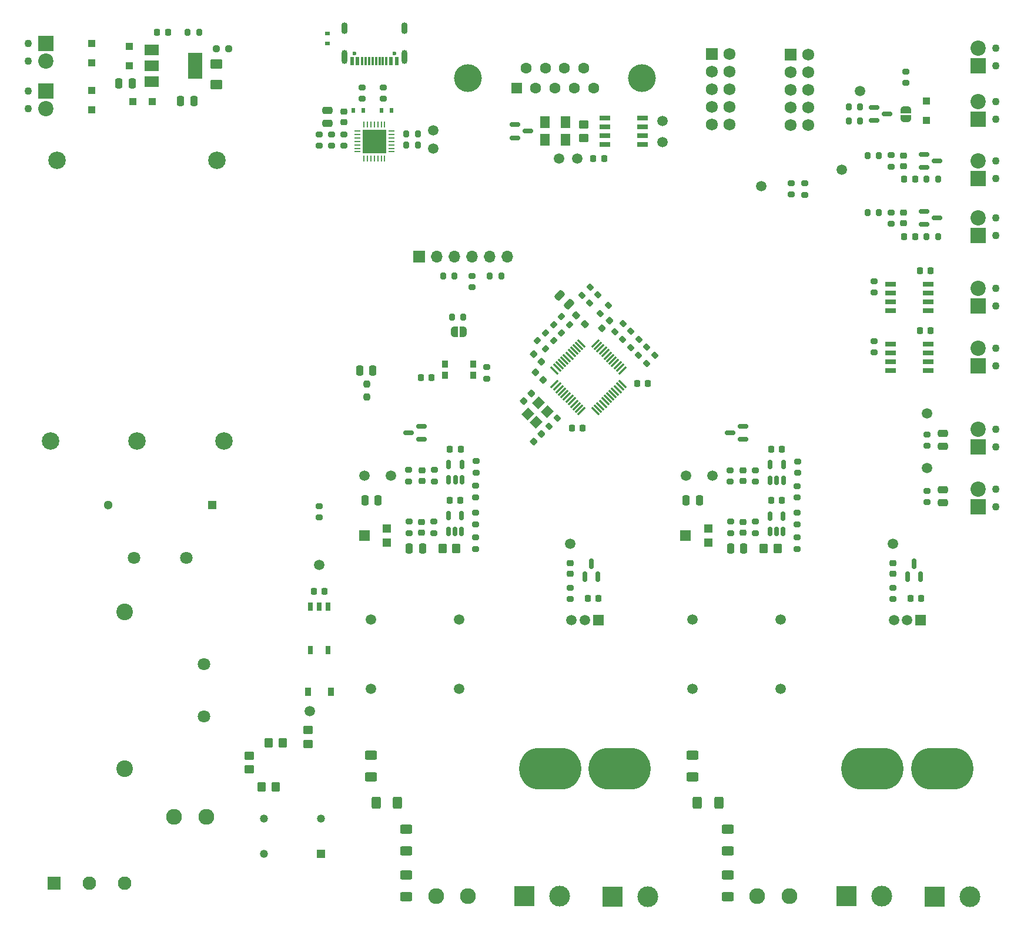
<source format=gts>
G04 #@! TF.GenerationSoftware,KiCad,Pcbnew,(6.0.9)*
G04 #@! TF.CreationDate,2023-08-24T11:24:56+02:00*
G04 #@! TF.ProjectId,reflow_oven,7265666c-6f77-45f6-9f76-656e2e6b6963,rev?*
G04 #@! TF.SameCoordinates,Original*
G04 #@! TF.FileFunction,Soldermask,Top*
G04 #@! TF.FilePolarity,Negative*
%FSLAX46Y46*%
G04 Gerber Fmt 4.6, Leading zero omitted, Abs format (unit mm)*
G04 Created by KiCad (PCBNEW (6.0.9)) date 2023-08-24 11:24:56*
%MOMM*%
%LPD*%
G01*
G04 APERTURE LIST*
G04 Aperture macros list*
%AMRoundRect*
0 Rectangle with rounded corners*
0 $1 Rounding radius*
0 $2 $3 $4 $5 $6 $7 $8 $9 X,Y pos of 4 corners*
0 Add a 4 corners polygon primitive as box body*
4,1,4,$2,$3,$4,$5,$6,$7,$8,$9,$2,$3,0*
0 Add four circle primitives for the rounded corners*
1,1,$1+$1,$2,$3*
1,1,$1+$1,$4,$5*
1,1,$1+$1,$6,$7*
1,1,$1+$1,$8,$9*
0 Add four rect primitives between the rounded corners*
20,1,$1+$1,$2,$3,$4,$5,0*
20,1,$1+$1,$4,$5,$6,$7,0*
20,1,$1+$1,$6,$7,$8,$9,0*
20,1,$1+$1,$8,$9,$2,$3,0*%
%AMHorizOval*
0 Thick line with rounded ends*
0 $1 width*
0 $2 $3 position (X,Y) of the first rounded end (center of the circle)*
0 $4 $5 position (X,Y) of the second rounded end (center of the circle)*
0 Add line between two ends*
20,1,$1,$2,$3,$4,$5,0*
0 Add two circle primitives to create the rounded ends*
1,1,$1,$2,$3*
1,1,$1,$4,$5*%
%AMRotRect*
0 Rectangle, with rotation*
0 The origin of the aperture is its center*
0 $1 length*
0 $2 width*
0 $3 Rotation angle, in degrees counterclockwise*
0 Add horizontal line*
21,1,$1,$2,0,0,$3*%
%AMFreePoly0*
4,1,22,0.500000,-0.750000,0.000000,-0.750000,0.000000,-0.745033,-0.079941,-0.743568,-0.215256,-0.701293,-0.333266,-0.622738,-0.424486,-0.514219,-0.481581,-0.384460,-0.499164,-0.250000,-0.500000,-0.250000,-0.500000,0.250000,-0.499164,0.250000,-0.499963,0.256109,-0.478152,0.396186,-0.417904,0.524511,-0.324060,0.630769,-0.204165,0.706417,-0.067858,0.745374,0.000000,0.744959,0.000000,0.750000,
0.500000,0.750000,0.500000,-0.750000,0.500000,-0.750000,$1*%
%AMFreePoly1*
4,1,20,0.000000,0.744959,0.073905,0.744508,0.209726,0.703889,0.328688,0.626782,0.421226,0.519385,0.479903,0.390333,0.500000,0.250000,0.500000,-0.250000,0.499851,-0.262216,0.476331,-0.402017,0.414519,-0.529596,0.319384,-0.634700,0.198574,-0.708877,0.061801,-0.746166,0.000000,-0.745033,0.000000,-0.750000,-0.500000,-0.750000,-0.500000,0.750000,0.000000,0.750000,0.000000,0.744959,
0.000000,0.744959,$1*%
G04 Aperture macros list end*
%ADD10FreePoly0,90.000000*%
%ADD11FreePoly1,90.000000*%
%ADD12RoundRect,0.200000X0.275000X-0.200000X0.275000X0.200000X-0.275000X0.200000X-0.275000X-0.200000X0*%
%ADD13R,0.900000X1.200000*%
%ADD14RoundRect,0.225000X0.225000X0.250000X-0.225000X0.250000X-0.225000X-0.250000X0.225000X-0.250000X0*%
%ADD15RoundRect,0.200000X-0.053033X0.335876X-0.335876X0.053033X0.053033X-0.335876X0.335876X-0.053033X0*%
%ADD16R,3.000000X3.000000*%
%ADD17C,3.000000*%
%ADD18RoundRect,0.225000X-0.225000X-0.250000X0.225000X-0.250000X0.225000X0.250000X-0.225000X0.250000X0*%
%ADD19C,1.500000*%
%ADD20C,1.100000*%
%ADD21R,2.200000X2.200000*%
%ADD22C,2.200000*%
%ADD23RoundRect,0.200000X0.335876X0.053033X0.053033X0.335876X-0.335876X-0.053033X-0.053033X-0.335876X0*%
%ADD24R,1.100000X1.100000*%
%ADD25RoundRect,0.200000X0.200000X0.275000X-0.200000X0.275000X-0.200000X-0.275000X0.200000X-0.275000X0*%
%ADD26RoundRect,0.150000X0.587500X0.150000X-0.587500X0.150000X-0.587500X-0.150000X0.587500X-0.150000X0*%
%ADD27RoundRect,0.200000X-0.275000X0.200000X-0.275000X-0.200000X0.275000X-0.200000X0.275000X0.200000X0*%
%ADD28RoundRect,0.250001X0.624999X-0.462499X0.624999X0.462499X-0.624999X0.462499X-0.624999X-0.462499X0*%
%ADD29RoundRect,0.250000X0.625000X-0.400000X0.625000X0.400000X-0.625000X0.400000X-0.625000X-0.400000X0*%
%ADD30RoundRect,0.200000X0.053033X-0.335876X0.335876X-0.053033X-0.053033X0.335876X-0.335876X0.053033X0*%
%ADD31RoundRect,0.062500X-0.062500X0.337500X-0.062500X-0.337500X0.062500X-0.337500X0.062500X0.337500X0*%
%ADD32RoundRect,0.062500X-0.337500X0.062500X-0.337500X-0.062500X0.337500X-0.062500X0.337500X0.062500X0*%
%ADD33R,3.350000X3.350000*%
%ADD34FreePoly0,180.000000*%
%ADD35FreePoly1,180.000000*%
%ADD36C,1.800000*%
%ADD37C,2.524000*%
%ADD38RoundRect,0.250000X0.250000X0.475000X-0.250000X0.475000X-0.250000X-0.475000X0.250000X-0.475000X0*%
%ADD39RoundRect,0.225000X0.250000X-0.225000X0.250000X0.225000X-0.250000X0.225000X-0.250000X-0.225000X0*%
%ADD40RoundRect,0.250000X0.400000X0.625000X-0.400000X0.625000X-0.400000X-0.625000X0.400000X-0.625000X0*%
%ADD41RoundRect,0.225000X-0.250000X0.225000X-0.250000X-0.225000X0.250000X-0.225000X0.250000X0.225000X0*%
%ADD42RoundRect,0.150000X-0.587500X-0.150000X0.587500X-0.150000X0.587500X0.150000X-0.587500X0.150000X0*%
%ADD43R,1.725000X1.725000*%
%ADD44C,1.725000*%
%ADD45RoundRect,0.150000X0.150000X-0.587500X0.150000X0.587500X-0.150000X0.587500X-0.150000X-0.587500X0*%
%ADD46RoundRect,0.250000X0.450000X-0.350000X0.450000X0.350000X-0.450000X0.350000X-0.450000X-0.350000X0*%
%ADD47RoundRect,0.250000X-0.250000X-0.475000X0.250000X-0.475000X0.250000X0.475000X-0.250000X0.475000X0*%
%ADD48RoundRect,0.225000X0.017678X-0.335876X0.335876X-0.017678X-0.017678X0.335876X-0.335876X0.017678X0*%
%ADD49R,0.700000X0.600000*%
%ADD50RoundRect,0.225000X0.335876X0.017678X0.017678X0.335876X-0.335876X-0.017678X-0.017678X-0.335876X0*%
%ADD51C,2.286000*%
%ADD52RoundRect,0.200000X-0.335876X-0.053033X-0.053033X-0.335876X0.335876X0.053033X0.053033X0.335876X0*%
%ADD53RoundRect,0.150000X0.150000X-0.512500X0.150000X0.512500X-0.150000X0.512500X-0.150000X-0.512500X0*%
%ADD54R,1.200000X1.200000*%
%ADD55R,1.500000X1.600000*%
%ADD56R,0.800000X1.200000*%
%ADD57RoundRect,0.250001X0.462499X0.624999X-0.462499X0.624999X-0.462499X-0.624999X0.462499X-0.624999X0*%
%ADD58R,1.180000X1.180000*%
%ADD59C,1.180000*%
%ADD60RoundRect,0.250000X-0.475000X0.250000X-0.475000X-0.250000X0.475000X-0.250000X0.475000X0.250000X0*%
%ADD61C,2.400000*%
%ADD62RoundRect,0.250000X-0.625000X0.400000X-0.625000X-0.400000X0.625000X-0.400000X0.625000X0.400000X0*%
%ADD63RoundRect,0.200000X-0.200000X-0.275000X0.200000X-0.275000X0.200000X0.275000X-0.200000X0.275000X0*%
%ADD64RoundRect,0.237500X-0.237500X0.250000X-0.237500X-0.250000X0.237500X-0.250000X0.237500X0.250000X0*%
%ADD65RoundRect,0.075000X-0.415425X-0.521491X0.521491X0.415425X0.415425X0.521491X-0.521491X-0.415425X0*%
%ADD66RoundRect,0.075000X0.415425X-0.521491X0.521491X-0.415425X-0.415425X0.521491X-0.521491X0.415425X0*%
%ADD67R,2.000000X1.500000*%
%ADD68R,2.000000X3.800000*%
%ADD69R,0.600000X0.700000*%
%ADD70RoundRect,0.218750X-0.218750X-0.256250X0.218750X-0.256250X0.218750X0.256250X-0.218750X0.256250X0*%
%ADD71RoundRect,0.250000X0.512652X0.159099X0.159099X0.512652X-0.512652X-0.159099X-0.159099X-0.512652X0*%
%ADD72R,1.525000X0.650000*%
%ADD73R,1.300000X1.300000*%
%ADD74C,1.300000*%
%ADD75RotRect,1.400000X1.200000X225.000000*%
%ADD76RoundRect,0.250000X0.350000X0.450000X-0.350000X0.450000X-0.350000X-0.450000X0.350000X-0.450000X0*%
%ADD77RoundRect,0.250000X-0.350000X-0.450000X0.350000X-0.450000X0.350000X0.450000X-0.350000X0.450000X0*%
%ADD78RoundRect,0.250000X-0.450000X0.350000X-0.450000X-0.350000X0.450000X-0.350000X0.450000X0.350000X0*%
%ADD79RoundRect,0.225000X-0.017678X0.335876X-0.335876X0.017678X0.017678X-0.335876X0.335876X-0.017678X0*%
%ADD80C,0.600000*%
%ADD81R,0.600000X1.160000*%
%ADD82R,0.300000X1.160000*%
%ADD83O,0.900000X1.700000*%
%ADD84O,0.900000X2.000000*%
%ADD85R,0.900000X1.000000*%
%ADD86RoundRect,0.237500X-0.344715X0.008839X0.008839X-0.344715X0.344715X-0.008839X-0.008839X0.344715X0*%
%ADD87RoundRect,0.237500X-0.250000X-0.237500X0.250000X-0.237500X0.250000X0.237500X-0.250000X0.237500X0*%
%ADD88C,4.000000*%
%ADD89R,1.600000X1.600000*%
%ADD90C,1.600000*%
%ADD91R,1.500000X1.500000*%
%ADD92C,0.800000*%
%ADD93HorizOval,0.800000X0.000000X0.000000X0.000000X0.000000X0*%
%ADD94O,9.000000X6.000000*%
%ADD95HorizOval,0.800000X0.000000X0.000000X0.000000X0.000000X0*%
%ADD96R,1.950000X1.950000*%
%ADD97C,1.950000*%
%ADD98RoundRect,0.250000X0.475000X-0.250000X0.475000X0.250000X-0.475000X0.250000X-0.475000X-0.250000X0*%
%ADD99R,1.700000X1.700000*%
%ADD100O,1.700000X1.700000*%
G04 APERTURE END LIST*
D10*
X267637865Y-103316800D03*
D11*
X267637865Y-102016800D03*
D12*
X186662665Y-107251000D03*
X186662665Y-105601000D03*
D13*
X181479865Y-185982800D03*
X184779865Y-185982800D03*
D12*
X270685865Y-158609800D03*
X270685865Y-156959800D03*
D14*
X271206865Y-125272800D03*
X269656865Y-125272800D03*
D15*
X217381220Y-146522645D03*
X216214494Y-147689371D03*
D16*
X225364865Y-215472200D03*
D17*
X230444865Y-215472200D03*
D18*
X228940665Y-141528800D03*
X230490665Y-141528800D03*
D12*
X205719865Y-154358800D03*
X205719865Y-152708800D03*
D19*
X270685865Y-153720800D03*
D20*
X280591865Y-100888800D03*
X280591865Y-103428800D03*
D21*
X278051865Y-103428800D03*
D22*
X278051865Y-100888800D03*
D23*
X219199228Y-133044363D03*
X218032502Y-131877637D03*
D24*
X270558865Y-100758800D03*
X270558865Y-103558800D03*
D25*
X202626065Y-125984000D03*
X200976065Y-125984000D03*
D12*
X270685865Y-150481800D03*
X270685865Y-148831800D03*
D18*
X201959865Y-150993800D03*
X203509865Y-150993800D03*
D26*
X197836365Y-149590800D03*
X197836365Y-147690800D03*
X195961365Y-148640800D03*
D27*
X242262865Y-153994800D03*
X242262865Y-155644800D03*
D12*
X251102465Y-114261400D03*
X251102465Y-112611400D03*
D24*
X155750865Y-95684800D03*
X155750865Y-92884800D03*
D28*
X168323865Y-98439300D03*
X168323865Y-95464300D03*
D29*
X241930865Y-215472800D03*
X241930865Y-212372800D03*
D27*
X219268865Y-170933800D03*
X219268865Y-172583800D03*
D12*
X207247065Y-140804400D03*
X207247065Y-139154400D03*
D30*
X222096502Y-129869363D03*
X223263228Y-128702637D03*
D31*
X192556865Y-104153800D03*
X192056865Y-104153800D03*
X191556865Y-104153800D03*
X191056865Y-104153800D03*
X190556865Y-104153800D03*
X190056865Y-104153800D03*
X189556865Y-104153800D03*
D32*
X188606865Y-105103800D03*
X188606865Y-105603800D03*
X188606865Y-106103800D03*
X188606865Y-106603800D03*
X188606865Y-107103800D03*
X188606865Y-107603800D03*
X188606865Y-108103800D03*
D31*
X189556865Y-109053800D03*
X190056865Y-109053800D03*
X190556865Y-109053800D03*
X191056865Y-109053800D03*
X191556865Y-109053800D03*
X192056865Y-109053800D03*
X192556865Y-109053800D03*
D32*
X193506865Y-108103800D03*
X193506865Y-107603800D03*
X193506865Y-107103800D03*
X193506865Y-106603800D03*
X193506865Y-106103800D03*
X193506865Y-105603800D03*
X193506865Y-105103800D03*
D33*
X191056865Y-106603800D03*
D34*
X203885665Y-134086600D03*
D35*
X202585665Y-134086600D03*
D12*
X192326865Y-100443800D03*
X192326865Y-98793800D03*
D36*
X156445865Y-166674800D03*
X163945865Y-166674800D03*
D37*
X144393865Y-149840800D03*
X156893865Y-149840800D03*
X169393865Y-149840800D03*
X168393865Y-109340800D03*
X145393865Y-109340800D03*
D38*
X165082865Y-100761800D03*
X163182865Y-100761800D03*
D30*
X220978902Y-128777163D03*
X222145628Y-127610437D03*
D39*
X219268865Y-168977800D03*
X219268865Y-167427800D03*
D40*
X240686865Y-201984800D03*
X237586865Y-201984800D03*
D41*
X244145865Y-161473800D03*
X244145865Y-163023800D03*
D20*
X141210865Y-99364800D03*
X141210865Y-101904800D03*
D21*
X143750865Y-99364800D03*
D22*
X143750865Y-101904800D03*
D16*
X271775865Y-215472200D03*
D17*
X276855865Y-215472200D03*
D29*
X195646865Y-208868800D03*
X195646865Y-205768800D03*
D42*
X270256365Y-116702800D03*
X270256365Y-118602800D03*
X272131365Y-117652800D03*
D27*
X251956865Y-163709800D03*
X251956865Y-165359800D03*
D43*
X239697865Y-94030800D03*
D44*
X242237865Y-94030800D03*
X239697865Y-96570800D03*
X242237865Y-96570800D03*
X239697865Y-99110800D03*
X242237865Y-99110800D03*
X239697865Y-101650800D03*
X242237865Y-101650800D03*
X239697865Y-104190800D03*
X242237865Y-104190800D03*
D45*
X221366865Y-169394300D03*
X223266865Y-169394300D03*
X222316865Y-167519300D03*
D19*
X220292265Y-109093000D03*
D29*
X241930865Y-208868800D03*
X241930865Y-205768800D03*
D38*
X197986865Y-165280800D03*
X196086865Y-165280800D03*
D26*
X244191365Y-149590800D03*
X244191365Y-147690800D03*
X242316365Y-148640800D03*
D12*
X252003865Y-154374800D03*
X252003865Y-152724800D03*
D27*
X265478865Y-116827800D03*
X265478865Y-118477800D03*
D46*
X181549865Y-193459800D03*
X181549865Y-191459800D03*
D20*
X280591865Y-93141800D03*
X280591865Y-95681800D03*
D21*
X278051865Y-95681800D03*
D22*
X278051865Y-93141800D03*
D41*
X197861865Y-161457800D03*
X197861865Y-163007800D03*
D19*
X235915865Y-154819800D03*
D47*
X188938465Y-139623800D03*
X190838465Y-139623800D03*
D14*
X223345865Y-172520800D03*
X221795865Y-172520800D03*
D25*
X203882865Y-131927600D03*
X202232865Y-131927600D03*
X261018365Y-103682800D03*
X259368365Y-103682800D03*
D48*
X223833657Y-133506216D03*
X224929673Y-132410200D03*
D49*
X184325865Y-91044800D03*
X184325865Y-92444800D03*
D50*
X215379273Y-140959208D03*
X214283257Y-139863192D03*
D12*
X245970865Y-155644800D03*
X245970865Y-153994800D03*
X189278865Y-100443800D03*
X189278865Y-98793800D03*
D51*
X204550865Y-215446800D03*
X199950865Y-215446800D03*
D52*
X215695702Y-134189037D03*
X216862428Y-135355763D03*
D24*
X150368000Y-99234800D03*
X150368000Y-102034800D03*
D53*
X248021865Y-162878300D03*
X248971865Y-162878300D03*
X249921865Y-162878300D03*
X249921865Y-160603300D03*
X248021865Y-160603300D03*
D39*
X186662665Y-103848200D03*
X186662665Y-102298200D03*
D27*
X267637865Y-96507800D03*
X267637865Y-98157800D03*
D42*
X263065865Y-101716800D03*
X263065865Y-103616800D03*
X264940865Y-102666800D03*
D54*
X239139865Y-164455800D03*
D55*
X235889865Y-163455800D03*
D54*
X239139865Y-162455800D03*
D20*
X141210865Y-92506800D03*
X141210865Y-95046800D03*
D21*
X143750865Y-92506800D03*
D22*
X143750865Y-95046800D03*
D14*
X269826865Y-172520800D03*
X268276865Y-172520800D03*
D27*
X251964865Y-156280800D03*
X251964865Y-157930800D03*
D56*
X181845865Y-179963800D03*
X184385865Y-179963800D03*
X184385865Y-173663800D03*
X183115865Y-173663800D03*
X181845865Y-173663800D03*
D19*
X232585865Y-103682800D03*
D42*
X211328365Y-104180600D03*
X211328365Y-106080600D03*
X213203365Y-105130600D03*
D57*
X218630165Y-103803700D03*
X215655165Y-103803700D03*
D27*
X263065865Y-126733800D03*
X263065865Y-128383800D03*
D19*
X265749865Y-164646800D03*
D42*
X270256365Y-108447800D03*
X270256365Y-110347800D03*
X272131365Y-109397800D03*
D58*
X183388865Y-209360800D03*
D59*
X183388865Y-204260800D03*
X175138865Y-204260800D03*
X175138865Y-209360800D03*
D36*
X166545865Y-189474800D03*
X166545865Y-181974800D03*
D60*
X272971865Y-148706800D03*
X272971865Y-150606800D03*
D61*
X155115865Y-197024800D03*
X155115865Y-174424800D03*
D19*
X246809865Y-113080800D03*
X236850865Y-185552800D03*
X249550865Y-185552800D03*
X249550865Y-175552800D03*
X236850865Y-175552800D03*
X181803865Y-188776800D03*
D16*
X259075865Y-215446800D03*
D17*
X264155865Y-215446800D03*
D19*
X193441865Y-154803800D03*
D39*
X265749865Y-168977800D03*
X265749865Y-167427800D03*
D47*
X235981865Y-158375800D03*
X237881865Y-158375800D03*
D40*
X194402865Y-201984800D03*
X191302865Y-201984800D03*
D19*
X261033865Y-99364800D03*
D45*
X267847865Y-169394300D03*
X269747865Y-169394300D03*
X268797865Y-167519300D03*
D62*
X236850865Y-195100800D03*
X236850865Y-198200800D03*
D41*
X244192865Y-154044800D03*
X244192865Y-155594800D03*
D38*
X156192865Y-98221800D03*
X154292865Y-98221800D03*
D63*
X164196865Y-90855800D03*
X165846865Y-90855800D03*
D64*
X189990065Y-141632300D03*
X189990065Y-143457300D03*
D65*
X217029989Y-141613188D03*
X217383543Y-141966742D03*
X217737096Y-142320295D03*
X218090650Y-142673849D03*
X218444203Y-143027402D03*
X218797756Y-143380955D03*
X219151310Y-143734509D03*
X219504863Y-144088062D03*
X219858416Y-144441615D03*
X220211970Y-144795169D03*
X220565523Y-145148722D03*
X220919077Y-145502276D03*
D66*
X222916653Y-145502276D03*
X223270207Y-145148722D03*
X223623760Y-144795169D03*
X223977314Y-144441615D03*
X224330867Y-144088062D03*
X224684420Y-143734509D03*
X225037974Y-143380955D03*
X225391527Y-143027402D03*
X225745080Y-142673849D03*
X226098634Y-142320295D03*
X226452187Y-141966742D03*
X226805741Y-141613188D03*
D65*
X226805741Y-139615612D03*
X226452187Y-139262058D03*
X226098634Y-138908505D03*
X225745080Y-138554951D03*
X225391527Y-138201398D03*
X225037974Y-137847845D03*
X224684420Y-137494291D03*
X224330867Y-137140738D03*
X223977314Y-136787185D03*
X223623760Y-136433631D03*
X223270207Y-136080078D03*
X222916653Y-135726524D03*
D66*
X220919077Y-135726524D03*
X220565523Y-136080078D03*
X220211970Y-136433631D03*
X219858416Y-136787185D03*
X219504863Y-137140738D03*
X219151310Y-137494291D03*
X218797756Y-137847845D03*
X218444203Y-138201398D03*
X218090650Y-138554951D03*
X217737096Y-138908505D03*
X217383543Y-139262058D03*
X217029989Y-139615612D03*
D67*
X158954363Y-93381800D03*
D68*
X165254363Y-95681800D03*
D67*
X158954363Y-95681800D03*
X158954363Y-97981800D03*
D12*
X184884665Y-107251000D03*
X184884665Y-105601000D03*
X205672865Y-161787800D03*
X205672865Y-160137800D03*
D27*
X205680865Y-156264800D03*
X205680865Y-157914800D03*
D25*
X263763865Y-116890800D03*
X262113865Y-116890800D03*
D69*
X188070865Y-102158800D03*
X189470865Y-102158800D03*
D19*
X232585865Y-106730800D03*
D53*
X201737865Y-162862300D03*
X202687865Y-162862300D03*
X203637865Y-162862300D03*
X203637865Y-160587300D03*
X201737865Y-160587300D03*
D51*
X250834865Y-215446800D03*
X246234865Y-215446800D03*
D14*
X224166065Y-109093000D03*
X222616065Y-109093000D03*
D50*
X215099873Y-138393808D03*
X214003857Y-137297792D03*
D70*
X267358365Y-112064800D03*
X268933365Y-112064800D03*
D15*
X228013028Y-134011237D03*
X226846302Y-135177963D03*
X229156865Y-135153400D03*
X227990139Y-136320126D03*
D71*
X219109816Y-130110151D03*
X217766314Y-128766649D03*
D12*
X199686865Y-155628800D03*
X199686865Y-153978800D03*
D46*
X173040865Y-197142800D03*
X173040865Y-195142800D03*
D72*
X229659065Y-107086400D03*
X229659065Y-105816400D03*
X229659065Y-104546400D03*
X229659065Y-103276400D03*
X224235065Y-103276400D03*
X224235065Y-104546400D03*
X224235065Y-105816400D03*
X224235065Y-107086400D03*
D27*
X196083865Y-161407800D03*
X196083865Y-163057800D03*
D19*
X199565865Y-107670600D03*
D38*
X244270865Y-165296800D03*
X242370865Y-165296800D03*
D73*
X167695865Y-159054800D03*
D74*
X152695865Y-159054800D03*
D60*
X272971865Y-156834800D03*
X272971865Y-158734800D03*
D19*
X183129865Y-167669800D03*
D75*
X214728642Y-144340942D03*
X213173007Y-145896577D03*
X214375088Y-147098658D03*
X215930723Y-145543023D03*
D63*
X195692865Y-107162600D03*
X197342865Y-107162600D03*
D53*
X248068865Y-155449300D03*
X249018865Y-155449300D03*
X249968865Y-155449300D03*
X249968865Y-153174300D03*
X248068865Y-153174300D03*
D20*
X280591865Y-117652800D03*
X280591865Y-120192800D03*
D21*
X278051865Y-120192800D03*
D22*
X278051865Y-117652800D03*
D27*
X195978865Y-153978800D03*
X195978865Y-155628800D03*
X205128465Y-125971800D03*
X205128465Y-127621800D03*
D72*
X270857865Y-139623800D03*
X270857865Y-138353800D03*
X270857865Y-137083800D03*
X270857865Y-135813800D03*
X265433865Y-135813800D03*
X265433865Y-137083800D03*
X265433865Y-138353800D03*
X265433865Y-139623800D03*
D53*
X201784865Y-155433300D03*
X202734865Y-155433300D03*
X203684865Y-155433300D03*
X203684865Y-153158300D03*
X201784865Y-153158300D03*
D12*
X253032865Y-114286800D03*
X253032865Y-112636800D03*
D20*
X280591865Y-159308800D03*
X280591865Y-156768800D03*
D21*
X278051865Y-159308800D03*
D22*
X278051865Y-156768800D03*
D19*
X199565865Y-105003600D03*
D18*
X219517265Y-147929600D03*
X221067265Y-147929600D03*
D76*
X249146865Y-165296800D03*
X247146865Y-165296800D03*
D14*
X271206865Y-133908800D03*
X269656865Y-133908800D03*
D15*
X230299865Y-136296400D03*
X229133139Y-137463126D03*
D77*
X175850865Y-193348800D03*
X177850865Y-193348800D03*
D25*
X261018365Y-101650800D03*
X259368365Y-101650800D03*
D78*
X221257465Y-104130600D03*
X221257465Y-106130600D03*
D29*
X195646865Y-215472800D03*
X195646865Y-212372800D03*
D12*
X251956865Y-161803800D03*
X251956865Y-160153800D03*
D70*
X267358365Y-120319800D03*
X268933365Y-120319800D03*
D20*
X280591865Y-138988800D03*
X280591865Y-136448800D03*
D21*
X278051865Y-138988800D03*
D22*
X278051865Y-136448800D03*
D19*
X258366865Y-110667800D03*
D12*
X245923865Y-163073800D03*
X245923865Y-161423800D03*
D24*
X150368000Y-92453000D03*
X150368000Y-95253000D03*
D20*
X280591865Y-109397800D03*
X280591865Y-111937800D03*
D21*
X278051865Y-111937800D03*
D22*
X278051865Y-109397800D03*
D27*
X263065865Y-135369800D03*
X263065865Y-137019800D03*
D19*
X219250865Y-164642800D03*
D14*
X199324865Y-140690600D03*
X197774865Y-140690600D03*
D52*
X214552702Y-135332037D03*
X215719428Y-136498763D03*
D20*
X280591865Y-127812800D03*
X280591865Y-130352800D03*
D21*
X278051865Y-130352800D03*
D22*
X278051865Y-127812800D03*
D79*
X213677473Y-142911192D03*
X212581457Y-144007208D03*
D27*
X242367865Y-161423800D03*
X242367865Y-163073800D03*
D80*
X193946865Y-93956800D03*
X188166865Y-93956800D03*
D81*
X194256865Y-95016800D03*
X193456865Y-95016800D03*
D82*
X192306865Y-95016800D03*
X191306865Y-95016800D03*
X190806865Y-95016800D03*
X189806865Y-95016800D03*
D81*
X188656865Y-95016800D03*
X187856865Y-95016800D03*
X187856865Y-95016800D03*
X188656865Y-95016800D03*
D82*
X189306865Y-95016800D03*
X190306865Y-95016800D03*
X191806865Y-95016800D03*
X192806865Y-95016800D03*
D81*
X193456865Y-95016800D03*
X194256865Y-95016800D03*
D83*
X195376865Y-90266800D03*
D84*
X186736865Y-94436800D03*
X195376865Y-94436800D03*
D83*
X186736865Y-90266800D03*
D72*
X270857865Y-130987800D03*
X270857865Y-129717800D03*
X270857865Y-128447800D03*
X270857865Y-127177800D03*
X265433865Y-127177800D03*
X265433865Y-128447800D03*
X265433865Y-129717800D03*
X265433865Y-130987800D03*
D19*
X270685865Y-145846800D03*
D16*
X212664865Y-215446800D03*
D17*
X217744865Y-215446800D03*
D62*
X190566865Y-195100800D03*
X190566865Y-198200800D03*
D70*
X159789365Y-90855800D03*
X161364365Y-90855800D03*
D20*
X280591865Y-148132800D03*
X280591865Y-150672800D03*
D21*
X278051865Y-150672800D03*
D22*
X278051865Y-148132800D03*
D43*
X251000865Y-94081600D03*
D44*
X253540865Y-94081600D03*
X251000865Y-96621600D03*
X253540865Y-96621600D03*
X251000865Y-99161600D03*
X253540865Y-99161600D03*
X251000865Y-101701600D03*
X253540865Y-101701600D03*
X251000865Y-104241600D03*
X253540865Y-104241600D03*
D63*
X207707065Y-125984000D03*
X209357065Y-125984000D03*
D27*
X265749865Y-170933800D03*
X265749865Y-172583800D03*
D19*
X239725865Y-154819800D03*
D12*
X199639865Y-163057800D03*
X199639865Y-161407800D03*
D18*
X248196865Y-158375800D03*
X249746865Y-158375800D03*
D15*
X231442865Y-137439400D03*
X230276139Y-138606126D03*
D27*
X205672865Y-163693800D03*
X205672865Y-165343800D03*
D30*
X223620502Y-131444163D03*
X224787228Y-130277437D03*
D19*
X190566865Y-185552800D03*
X203266865Y-185552800D03*
X203266865Y-175552800D03*
X190566865Y-175552800D03*
D12*
X183157465Y-160845000D03*
X183157465Y-159195000D03*
D85*
X201198865Y-138696800D03*
X205298865Y-138696800D03*
X201198865Y-140296800D03*
X205298865Y-140296800D03*
D76*
X176834865Y-199698800D03*
X174834865Y-199698800D03*
D86*
X220129630Y-131663365D03*
X221420100Y-132953835D03*
D69*
X193534865Y-102158800D03*
X192134865Y-102158800D03*
D18*
X201912865Y-158359800D03*
X203462865Y-158359800D03*
D30*
X225703302Y-134034963D03*
X226870028Y-132868237D03*
D47*
X189697865Y-158359800D03*
X191597865Y-158359800D03*
D87*
X168300365Y-93268800D03*
X170125365Y-93268800D03*
D88*
X229581865Y-97487600D03*
X204581865Y-97487600D03*
D89*
X211541865Y-98907600D03*
D90*
X214311865Y-98907600D03*
X217081865Y-98907600D03*
X219851865Y-98907600D03*
X222621865Y-98907600D03*
X212926865Y-96067600D03*
X215696865Y-96067600D03*
X218466865Y-96067600D03*
X221236865Y-96067600D03*
D91*
X223302465Y-175656400D03*
D19*
X221392465Y-175656400D03*
X219482465Y-175656400D03*
D92*
X214392465Y-199106400D03*
X214392465Y-195006400D03*
D93*
X220342465Y-196426400D03*
D92*
X215722465Y-195006400D03*
D94*
X216392465Y-197056400D03*
D92*
X213192465Y-195396400D03*
X218392465Y-199106400D03*
X215722465Y-199106400D03*
D95*
X220342465Y-197686400D03*
D92*
X212442465Y-196426400D03*
X217062465Y-195006400D03*
X217062465Y-199106400D03*
X219592465Y-195396400D03*
X219592465Y-198716400D03*
X218392465Y-195006400D03*
X213192465Y-198716400D03*
X212442465Y-197686400D03*
D95*
X222442465Y-196426400D03*
D92*
X223192465Y-198716400D03*
D93*
X222442465Y-197686400D03*
D92*
X224392465Y-195006400D03*
X225722465Y-199106400D03*
X228392465Y-199106400D03*
X228392465Y-195006400D03*
X227062465Y-195006400D03*
X224392465Y-199106400D03*
X223192465Y-195396400D03*
X227062465Y-199106400D03*
X225722465Y-195006400D03*
X229592465Y-195396400D03*
D94*
X226392465Y-197056400D03*
D92*
X230342465Y-196426400D03*
X229592465Y-198716400D03*
X230342465Y-197686400D03*
D24*
X156255865Y-100888800D03*
X159055865Y-100888800D03*
D96*
X144955865Y-213556800D03*
D97*
X150035865Y-213556800D03*
X155115865Y-213556800D03*
D76*
X202862865Y-165280800D03*
X200862865Y-165280800D03*
D98*
X184325865Y-104023200D03*
X184325865Y-102123200D03*
D51*
X162231865Y-204016800D03*
X166831865Y-204016800D03*
D63*
X195692865Y-105511600D03*
X197342865Y-105511600D03*
D41*
X267256865Y-108622800D03*
X267256865Y-110172800D03*
D18*
X248243865Y-151009800D03*
X249793865Y-151009800D03*
D41*
X267256865Y-116877800D03*
X267256865Y-118427800D03*
D18*
X182340865Y-171479800D03*
X183890865Y-171479800D03*
D48*
X214054657Y-149874608D03*
X215150673Y-148778592D03*
D54*
X192855865Y-164439800D03*
D55*
X189605865Y-163439800D03*
D54*
X192855865Y-162439800D03*
D27*
X265478865Y-108572800D03*
X265478865Y-110222800D03*
D99*
X197533865Y-123240800D03*
D100*
X200073865Y-123240800D03*
X202613865Y-123240800D03*
X205153865Y-123240800D03*
X207693865Y-123240800D03*
X210233865Y-123240800D03*
D91*
X269738865Y-175656400D03*
D19*
X267828865Y-175656400D03*
X265918865Y-175656400D03*
D94*
X262828865Y-197056400D03*
D92*
X263498865Y-199106400D03*
X266028865Y-195396400D03*
X264828865Y-195006400D03*
D95*
X266778865Y-197686400D03*
D92*
X259628865Y-198716400D03*
X266028865Y-198716400D03*
X262158865Y-195006400D03*
X258878865Y-196426400D03*
X263498865Y-195006400D03*
X264828865Y-199106400D03*
D93*
X266778865Y-196426400D03*
D92*
X260828865Y-195006400D03*
X260828865Y-199106400D03*
X259628865Y-195396400D03*
X258878865Y-197686400D03*
X262158865Y-199106400D03*
X273498865Y-195006400D03*
X276778865Y-196426400D03*
X272158865Y-199106400D03*
X270828865Y-195006400D03*
X273498865Y-199106400D03*
X272158865Y-195006400D03*
D93*
X268878865Y-197686400D03*
D94*
X272828865Y-197056400D03*
D92*
X269628865Y-195396400D03*
X276028865Y-198716400D03*
X269628865Y-198716400D03*
X274828865Y-195006400D03*
X274828865Y-199106400D03*
X270828865Y-199106400D03*
X276778865Y-197686400D03*
X276028865Y-195396400D03*
D95*
X268878865Y-196426400D03*
D25*
X263763865Y-108635800D03*
X262113865Y-108635800D03*
D12*
X183106665Y-107251000D03*
X183106665Y-105601000D03*
D41*
X197908865Y-154028800D03*
X197908865Y-155578800D03*
D52*
X216864102Y-133046037D03*
X218030828Y-134212763D03*
D63*
X270622865Y-120319800D03*
X272272865Y-120319800D03*
D19*
X217650665Y-109118400D03*
X189631865Y-154803800D03*
D63*
X270622865Y-112064800D03*
X272272865Y-112064800D03*
D57*
X218630165Y-106400600D03*
X215655165Y-106400600D03*
M02*

</source>
